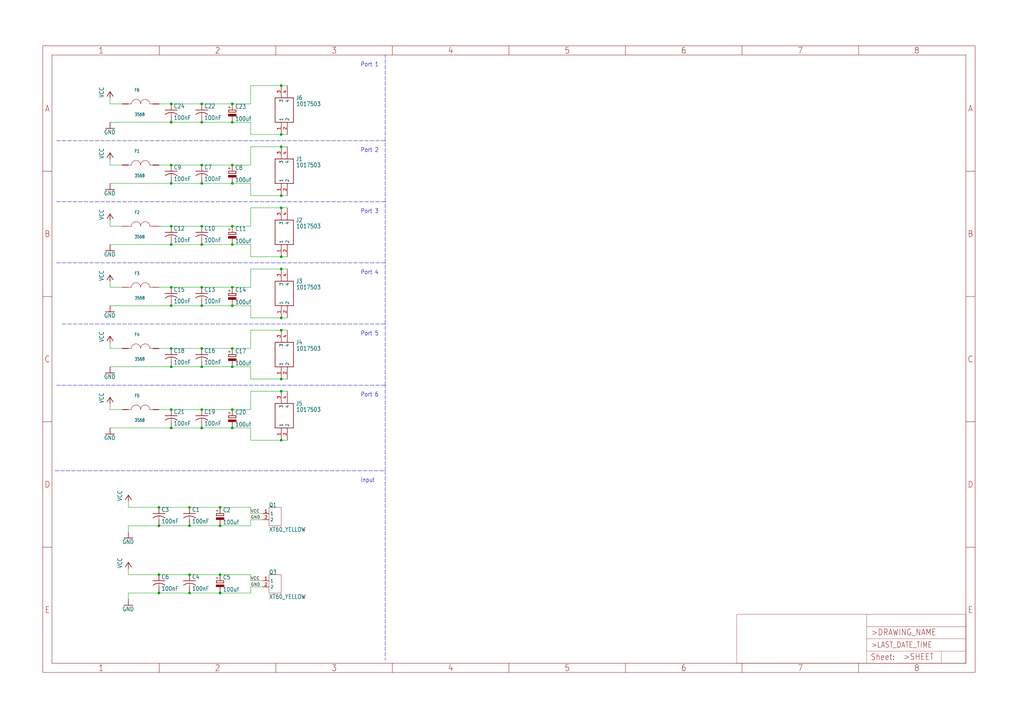
<source format=kicad_sch>
(kicad_sch (version 20211123) (generator eeschema)
  (paper "User" 425.45 299.161)
  (lib_symbols
    (symbol "sub_sys_pdu-eagle-import:1017503"
      (property "Reference" "J" (at 16.51 7.62 0))
      (property "Value" "1017503" (at 16.51 5.08 0))
      (symbol "1017503_1_0"
        (polyline (pts (xy 5.08 2.54) (xy 5.08 -5.08)) (stroke (width 0.254)))
        (polyline (pts (xy 5.08 2.54) (xy 15.24 2.54)) (stroke (width 0.254)))
        (polyline (pts (xy 15.24 -5.08) (xy 5.08 -5.08)) (stroke (width 0.254)))
        (polyline (pts (xy 15.24 -5.08) (xy 15.24 2.54)) (stroke (width 0.254)))
        (pin bidirectional line (at 0 0 0) (length 5.08) (name "1") (number "1"))
        (pin bidirectional line (at 0 -2.54 0) (length 5.08) (name "2") (number "2"))
        (pin bidirectional line (at 20.32 0 180) (length 5.08) (name "3") (number "3"))
        (pin bidirectional line (at 20.32 -2.54 180) (length 5.08) (name "4") (number "4"))
      )
    )
    (symbol "sub_sys_pdu-eagle-import:3568"
      (property "Reference" "F" (at -2.54 5.08 0))
      (property "Value" "3568" (at -2.54 -5.08 0))
      (symbol "3568_1_0"
        (arc (start 0 0) (mid -1.905 1.905) (end -3.81 0) (stroke (width 0.1524)))
        (polyline (pts (xy -5.08 0) (xy -3.81 0)) (stroke (width 0.1524)))
        (polyline (pts (xy 5.08 0) (xy 3.81 0)) (stroke (width 0.1524)))
        (arc (start 3.81 0) (mid 1.905 1.905) (end 0 0) (stroke (width 0.1524)))
        (pin passive line (at -7.62 0 0) (length 2.54) (name "1") (number "1"))
        (pin passive line (at 7.62 0 180) (length 2.54) (name "2") (number "2"))
        (pin passive line (at -7.62 0 0) (length 2.54) (name "1") (number "3"))
        (pin passive line (at 7.62 0 180) (length 2.54) (name "2") (number "4"))
      )
    )
    (symbol "sub_sys_pdu-eagle-import:A3L-LOC"
      (symbol "A3L-LOC_0_0"
        (polyline (pts (xy 0 52.07) (xy 3.81 52.07)))
        (polyline (pts (xy 0 104.14) (xy 3.81 104.14)))
        (polyline (pts (xy 0 156.21) (xy 3.81 156.21)))
        (polyline (pts (xy 0 208.28) (xy 3.81 208.28)))
        (polyline (pts (xy 3.81 3.81) (xy 3.81 256.54)))
        (polyline (pts (xy 48.4188 0) (xy 48.4188 3.81)))
        (polyline (pts (xy 48.4188 256.54) (xy 48.4188 260.35)))
        (polyline (pts (xy 96.8375 0) (xy 96.8375 3.81)))
        (polyline (pts (xy 96.8375 256.54) (xy 96.8375 260.35)))
        (polyline (pts (xy 145.2563 0) (xy 145.2563 3.81)))
        (polyline (pts (xy 145.2563 256.54) (xy 145.2563 260.35)))
        (polyline (pts (xy 193.675 0) (xy 193.675 3.81)))
        (polyline (pts (xy 193.675 256.54) (xy 193.675 260.35)))
        (polyline (pts (xy 242.0938 0) (xy 242.0938 3.81)))
        (polyline (pts (xy 242.0938 256.54) (xy 242.0938 260.35)))
        (polyline (pts (xy 290.5125 0) (xy 290.5125 3.81)))
        (polyline (pts (xy 290.5125 256.54) (xy 290.5125 260.35)))
        (polyline (pts (xy 338.9313 0) (xy 338.9313 3.81)))
        (polyline (pts (xy 338.9313 256.54) (xy 338.9313 260.35)))
        (polyline (pts (xy 383.54 3.81) (xy 3.81 3.81)))
        (polyline (pts (xy 383.54 3.81) (xy 383.54 256.54)))
        (polyline (pts (xy 383.54 52.07) (xy 387.35 52.07)))
        (polyline (pts (xy 383.54 104.14) (xy 387.35 104.14)))
        (polyline (pts (xy 383.54 156.21) (xy 387.35 156.21)))
        (polyline (pts (xy 383.54 208.28) (xy 387.35 208.28)))
        (polyline (pts (xy 383.54 256.54) (xy 3.81 256.54)))
        (polyline (pts (xy 0 0) (xy 387.35 0) (xy 387.35 260.35) (xy 0 260.35) (xy 0 0)))
        (text "1" (at 24.2094 1.905 0) (effects (font (size 2.54 2.286))))
        (text "1" (at 24.2094 258.445 0) (effects (font (size 2.54 2.286))))
        (text "2" (at 72.6281 1.905 0) (effects (font (size 2.54 2.286))))
        (text "2" (at 72.6281 258.445 0) (effects (font (size 2.54 2.286))))
        (text "3" (at 121.0469 1.905 0) (effects (font (size 2.54 2.286))))
        (text "3" (at 121.0469 258.445 0) (effects (font (size 2.54 2.286))))
        (text "4" (at 169.4656 1.905 0) (effects (font (size 2.54 2.286))))
        (text "4" (at 169.4656 258.445 0) (effects (font (size 2.54 2.286))))
        (text "5" (at 217.8844 1.905 0) (effects (font (size 2.54 2.286))))
        (text "5" (at 217.8844 258.445 0) (effects (font (size 2.54 2.286))))
        (text "6" (at 266.3031 1.905 0) (effects (font (size 2.54 2.286))))
        (text "6" (at 266.3031 258.445 0) (effects (font (size 2.54 2.286))))
        (text "7" (at 314.7219 1.905 0) (effects (font (size 2.54 2.286))))
        (text "7" (at 314.7219 258.445 0) (effects (font (size 2.54 2.286))))
        (text "8" (at 363.1406 1.905 0) (effects (font (size 2.54 2.286))))
        (text "8" (at 363.1406 258.445 0) (effects (font (size 2.54 2.286))))
        (text "A" (at 1.905 234.315 0) (effects (font (size 2.54 2.286))))
        (text "A" (at 385.445 234.315 0) (effects (font (size 2.54 2.286))))
        (text "B" (at 1.905 182.245 0) (effects (font (size 2.54 2.286))))
        (text "B" (at 385.445 182.245 0) (effects (font (size 2.54 2.286))))
        (text "C" (at 1.905 130.175 0) (effects (font (size 2.54 2.286))))
        (text "C" (at 385.445 130.175 0) (effects (font (size 2.54 2.286))))
        (text "D" (at 1.905 78.105 0) (effects (font (size 2.54 2.286))))
        (text "D" (at 385.445 78.105 0) (effects (font (size 2.54 2.286))))
        (text "E" (at 1.905 26.035 0) (effects (font (size 2.54 2.286))))
        (text "E" (at 385.445 26.035 0) (effects (font (size 2.54 2.286))))
      )
      (symbol "A3L-LOC_1_0"
        (polyline (pts (xy 288.29 3.81) (xy 288.29 24.13)) (stroke (width 0.1016)))
        (polyline (pts (xy 288.29 3.81) (xy 342.265 3.81)) (stroke (width 0.1016)))
        (polyline (pts (xy 288.29 24.13) (xy 342.265 24.13)) (stroke (width 0.1016)))
        (polyline (pts (xy 342.265 3.81) (xy 373.38 3.81)) (stroke (width 0.1016)))
        (polyline (pts (xy 342.265 8.89) (xy 342.265 3.81)) (stroke (width 0.1016)))
        (polyline (pts (xy 342.265 8.89) (xy 342.265 13.97)) (stroke (width 0.1016)))
        (polyline (pts (xy 342.265 13.97) (xy 342.265 19.05)) (stroke (width 0.1016)))
        (polyline (pts (xy 342.265 13.97) (xy 383.54 13.97)) (stroke (width 0.1016)))
        (polyline (pts (xy 342.265 19.05) (xy 342.265 24.13)) (stroke (width 0.1016)))
        (polyline (pts (xy 342.265 19.05) (xy 383.54 19.05)) (stroke (width 0.1016)))
        (polyline (pts (xy 342.265 24.13) (xy 383.54 24.13)) (stroke (width 0.1016)))
        (polyline (pts (xy 373.38 3.81) (xy 373.38 8.89)) (stroke (width 0.1016)))
        (polyline (pts (xy 373.38 3.81) (xy 383.54 3.81)) (stroke (width 0.1016)))
        (polyline (pts (xy 373.38 8.89) (xy 342.265 8.89)) (stroke (width 0.1016)))
        (polyline (pts (xy 373.38 8.89) (xy 383.54 8.89)) (stroke (width 0.1016)))
        (polyline (pts (xy 383.54 3.81) (xy 383.54 8.89)) (stroke (width 0.1016)))
        (polyline (pts (xy 383.54 8.89) (xy 383.54 13.97)) (stroke (width 0.1016)))
        (polyline (pts (xy 383.54 13.97) (xy 383.54 19.05)) (stroke (width 0.1016)))
        (polyline (pts (xy 383.54 19.05) (xy 383.54 24.13)) (stroke (width 0.1016)))
        (text ">DRAWING_NAME" (at 344.17 15.24 0) (effects (font (size 2.54 2.159)) (justify left bottom)))
        (text ">LAST_DATE_TIME" (at 344.17 10.16 0) (effects (font (size 2.286 1.9431)) (justify left bottom)))
        (text ">SHEET" (at 357.505 5.08 0) (effects (font (size 2.54 2.159)) (justify left bottom)))
        (text "Sheet:" (at 343.916 4.953 0) (effects (font (size 2.54 2.159)) (justify left bottom)))
      )
    )
    (symbol "sub_sys_pdu-eagle-import:C-USC0805"
      (property "Reference" "C" (at 1.016 0.635 0))
      (property "Value" "C-USC0805" (at 1.016 -4.191 0))
      (symbol "C-USC0805_1_0"
        (arc (start 0 -1.0161) (mid -1.302 -1.2303) (end -2.4668 -1.8504) (stroke (width 0.254)))
        (polyline (pts (xy -2.54 0) (xy 2.54 0)) (stroke (width 0.254)))
        (polyline (pts (xy 0 -1.016) (xy 0 -2.54)) (stroke (width 0.1524)))
        (arc (start 2.4892 -1.8542) (mid 1.3158 -1.2195) (end 0 -1) (stroke (width 0.254)))
        (pin passive line (at 0 2.54 270) (length 2.54) (name "1") (number "1"))
        (pin passive line (at 0 -5.08 90) (length 2.54) (name "2") (number "2"))
      )
    )
    (symbol "sub_sys_pdu-eagle-import:CPOL-EUE5-10.5"
      (property "Reference" "C" (at 1.143 0.4826 0))
      (property "Value" "CPOL-EUE5-10.5" (at 1.143 -4.5974 0))
      (symbol "CPOL-EUE5-10.5_1_0"
        (rectangle (start -1.651 -2.54) (end 1.651 -1.651) (fill (type outline)))
        (polyline (pts (xy -1.524 -0.889) (xy 1.524 -0.889)) (stroke (width 0.254)))
        (polyline (pts (xy -1.524 0) (xy -1.524 -0.889)) (stroke (width 0.254)))
        (polyline (pts (xy -1.524 0) (xy 1.524 0)) (stroke (width 0.254)))
        (polyline (pts (xy 1.524 -0.889) (xy 1.524 0)) (stroke (width 0.254)))
        (text "+" (at -0.5842 0.4064 900) (effects (font (size 1.27 1.0795)) (justify left bottom)))
        (pin passive line (at 0 2.54 270) (length 2.54) (name "+") (number "+"))
        (pin passive line (at 0 -5.08 90) (length 2.54) (name "-") (number "-"))
      )
    )
    (symbol "sub_sys_pdu-eagle-import:GND" (power)
      (property "Value" "GND" (at -2.54 -2.54 0))
      (symbol "GND_1_0"
        (polyline (pts (xy -1.905 0) (xy 1.905 0)) (stroke (width 0.254)))
        (pin power_in line (at 0 2.54 270) (length 2.54) (name "GND") (number "1"))
      )
    )
    (symbol "sub_sys_pdu-eagle-import:VCC" (power)
      (property "Value" "VCC" (at -2.54 -2.54 90))
      (symbol "VCC_1_0"
        (polyline (pts (xy 0 0) (xy -1.27 -1.905)) (stroke (width 0.254)))
        (polyline (pts (xy 1.27 -1.905) (xy 0 0)) (stroke (width 0.254)))
        (pin power_in line (at 0 -2.54 90) (length 2.54) (name "VCC") (number "1"))
      )
    )
    (symbol "sub_sys_pdu-eagle-import:XT60_YELLOW"
      (property "Reference" "Q" (at -2.5638 2.5579 0))
      (property "Value" "XT60_YELLOW" (at -2.5747 -7.6026 0))
      (symbol "XT60_YELLOW_1_0"
        (polyline (pts (xy -2.54 -5.08) (xy -2.54 2.54)) (stroke (width 0.127)))
        (polyline (pts (xy -2.54 2.54) (xy 2.54 2.54)) (stroke (width 0.127)))
        (polyline (pts (xy 2.54 -5.08) (xy -2.54 -5.08)) (stroke (width 0.127)))
        (polyline (pts (xy 2.54 2.54) (xy 2.54 -5.08)) (stroke (width 0.127)))
        (pin passive line (at -5.08 0 0) (length 2.54) (name "1") (number "1"))
        (pin passive line (at -5.08 -2.54 0) (length 2.54) (name "2") (number "2"))
      )
    )
  )
  (junction (at 83.82 119.38))
  (junction (at 71.12 152.4))
  (junction (at 83.82 50.8))
  (junction (at 83.82 43.18))
  (junction (at 116.84 157.48))
  (junction (at 91.44 218.44))
  (junction (at 96.52 177.8))
  (junction (at 116.84 35.56))
  (junction (at 71.12 177.8))
  (junction (at 96.52 144.78))
  (junction (at 83.82 177.8))
  (junction (at 66.04 238.76))
  (junction (at 71.12 119.38))
  (junction (at 71.12 101.6))
  (junction (at 116.84 86.36))
  (junction (at 96.52 152.4))
  (junction (at 71.12 127))
  (junction (at 116.84 132.08))
  (junction (at 78.74 238.76))
  (junction (at 91.44 210.82))
  (junction (at 71.12 76.2))
  (junction (at 66.04 210.82))
  (junction (at 96.52 101.6))
  (junction (at 71.12 93.98))
  (junction (at 78.74 210.82))
  (junction (at 83.82 170.18))
  (junction (at 96.52 68.58))
  (junction (at 116.84 162.56))
  (junction (at 71.12 144.78))
  (junction (at 91.44 238.76))
  (junction (at 116.84 182.88))
  (junction (at 66.04 246.38))
  (junction (at 83.82 152.4))
  (junction (at 78.74 218.44))
  (junction (at 83.82 93.98))
  (junction (at 116.84 111.76))
  (junction (at 116.84 60.96))
  (junction (at 96.52 50.8))
  (junction (at 116.84 81.28))
  (junction (at 116.84 106.68))
  (junction (at 116.84 55.88))
  (junction (at 96.52 43.18))
  (junction (at 96.52 119.38))
  (junction (at 83.82 68.58))
  (junction (at 96.52 76.2))
  (junction (at 71.12 50.8))
  (junction (at 71.12 68.58))
  (junction (at 96.52 127))
  (junction (at 83.82 76.2))
  (junction (at 96.52 93.98))
  (junction (at 83.82 144.78))
  (junction (at 83.82 101.6))
  (junction (at 83.82 127))
  (junction (at 91.44 246.38))
  (junction (at 71.12 170.18))
  (junction (at 116.84 137.16))
  (junction (at 66.04 218.44))
  (junction (at 96.52 170.18))
  (junction (at 71.12 43.18))
  (junction (at 78.74 246.38))
  (wire (pts (xy 78.74 238.76) (xy 66.04 238.76)))
  (wire (pts (xy 45.72 68.58) (xy 50.8 68.58)))
  (wire (pts (xy 104.14 210.82) (xy 91.44 210.82)))
  (wire (pts (xy 104.14 101.6) (xy 96.52 101.6)))
  (wire (pts (xy 96.52 119.38) (xy 104.14 119.38)))
  (polyline (pts (xy 160.02 134.62) (xy 160.02 109.22)))
  (wire (pts (xy 66.04 119.38) (xy 71.12 119.38)))
  (wire (pts (xy 116.84 55.88) (xy 104.14 55.88)))
  (polyline (pts (xy 160.02 83.82) (xy 22.86 83.82)))
  (wire (pts (xy 96.52 170.18) (xy 104.14 170.18)))
  (wire (pts (xy 96.52 127) (xy 83.82 127)))
  (polyline (pts (xy 160.02 195.58) (xy 160.02 160.02)))
  (wire (pts (xy 83.82 177.8) (xy 71.12 177.8)))
  (wire (pts (xy 96.52 144.78) (xy 104.14 144.78)))
  (wire (pts (xy 104.14 76.2) (xy 96.52 76.2)))
  (wire (pts (xy 83.82 93.98) (xy 96.52 93.98)))
  (wire (pts (xy 119.38 81.28) (xy 116.84 81.28)))
  (wire (pts (xy 104.14 50.8) (xy 96.52 50.8)))
  (wire (pts (xy 83.82 76.2) (xy 71.12 76.2)))
  (wire (pts (xy 83.82 127) (xy 71.12 127)))
  (polyline (pts (xy 160.02 109.22) (xy 160.02 83.82)))
  (wire (pts (xy 104.14 182.88) (xy 104.14 177.8)))
  (polyline (pts (xy 160.02 195.58) (xy 160.02 274.32)))
  (wire (pts (xy 116.84 81.28) (xy 104.14 81.28)))
  (polyline (pts (xy 160.02 109.22) (xy 22.86 109.22)))
  (wire (pts (xy 104.14 218.44) (xy 104.14 215.9)))
  (polyline (pts (xy 160.02 160.02) (xy 22.86 160.02)))
  (polyline (pts (xy 160.02 58.42) (xy 160.02 22.86)))
  (wire (pts (xy 109.22 215.9) (xy 104.14 215.9)))
  (wire (pts (xy 116.84 86.36) (xy 119.38 86.36)))
  (wire (pts (xy 45.72 142.24) (xy 45.72 144.78)))
  (wire (pts (xy 66.04 246.38) (xy 78.74 246.38)))
  (polyline (pts (xy 160.02 160.02) (xy 160.02 134.62)))
  (wire (pts (xy 104.14 35.56) (xy 116.84 35.56)))
  (wire (pts (xy 96.52 43.18) (xy 104.14 43.18)))
  (wire (pts (xy 116.84 35.56) (xy 119.38 35.56)))
  (polyline (pts (xy 160.02 58.42) (xy 22.86 58.42)))
  (wire (pts (xy 66.04 238.76) (xy 53.34 238.76)))
  (wire (pts (xy 71.12 119.38) (xy 83.82 119.38)))
  (wire (pts (xy 96.52 93.98) (xy 104.14 93.98)))
  (wire (pts (xy 45.72 40.64) (xy 45.72 43.18)))
  (wire (pts (xy 71.12 76.2) (xy 45.72 76.2)))
  (wire (pts (xy 104.14 157.48) (xy 104.14 152.4)))
  (wire (pts (xy 109.22 243.84) (xy 104.14 243.84)))
  (wire (pts (xy 45.72 93.98) (xy 50.8 93.98)))
  (wire (pts (xy 104.14 132.08) (xy 104.14 127)))
  (wire (pts (xy 53.34 218.44) (xy 53.34 220.98)))
  (wire (pts (xy 104.14 43.18) (xy 104.14 35.56)))
  (wire (pts (xy 119.38 132.08) (xy 116.84 132.08)))
  (wire (pts (xy 83.82 119.38) (xy 96.52 119.38)))
  (wire (pts (xy 45.72 91.44) (xy 45.72 93.98)))
  (wire (pts (xy 53.34 238.76) (xy 53.34 236.22)))
  (wire (pts (xy 66.04 218.44) (xy 53.34 218.44)))
  (polyline (pts (xy 22.86 195.58) (xy 160.02 195.58)))
  (polyline (pts (xy 160.02 83.82) (xy 160.02 58.42)))
  (wire (pts (xy 71.12 152.4) (xy 45.72 152.4)))
  (wire (pts (xy 119.38 182.88) (xy 116.84 182.88)))
  (wire (pts (xy 45.72 116.84) (xy 45.72 119.38)))
  (wire (pts (xy 71.12 68.58) (xy 83.82 68.58)))
  (wire (pts (xy 66.04 144.78) (xy 71.12 144.78)))
  (wire (pts (xy 104.14 152.4) (xy 96.52 152.4)))
  (wire (pts (xy 104.14 119.38) (xy 104.14 111.76)))
  (wire (pts (xy 45.72 167.64) (xy 45.72 170.18)))
  (wire (pts (xy 71.12 127) (xy 45.72 127)))
  (wire (pts (xy 104.14 81.28) (xy 104.14 76.2)))
  (wire (pts (xy 104.14 170.18) (xy 104.14 162.56)))
  (wire (pts (xy 104.14 111.76) (xy 116.84 111.76)))
  (wire (pts (xy 71.12 144.78) (xy 83.82 144.78)))
  (wire (pts (xy 104.14 162.56) (xy 116.84 162.56)))
  (wire (pts (xy 104.14 86.36) (xy 116.84 86.36)))
  (wire (pts (xy 71.12 43.18) (xy 83.82 43.18)))
  (wire (pts (xy 104.14 213.36) (xy 104.14 210.82)))
  (wire (pts (xy 66.04 246.38) (xy 53.34 246.38)))
  (wire (pts (xy 116.84 182.88) (xy 104.14 182.88)))
  (wire (pts (xy 109.22 241.3) (xy 104.14 241.3)))
  (wire (pts (xy 83.82 170.18) (xy 96.52 170.18)))
  (wire (pts (xy 104.14 246.38) (xy 104.14 243.84)))
  (wire (pts (xy 104.14 55.88) (xy 104.14 50.8)))
  (wire (pts (xy 66.04 218.44) (xy 78.74 218.44)))
  (wire (pts (xy 104.14 127) (xy 96.52 127)))
  (wire (pts (xy 91.44 246.38) (xy 104.14 246.38)))
  (wire (pts (xy 109.22 213.36) (xy 104.14 213.36)))
  (wire (pts (xy 96.52 101.6) (xy 83.82 101.6)))
  (wire (pts (xy 66.04 170.18) (xy 71.12 170.18)))
  (wire (pts (xy 96.52 152.4) (xy 83.82 152.4)))
  (wire (pts (xy 83.82 68.58) (xy 96.52 68.58)))
  (wire (pts (xy 119.38 106.68) (xy 116.84 106.68)))
  (wire (pts (xy 96.52 76.2) (xy 83.82 76.2)))
  (wire (pts (xy 116.84 157.48) (xy 104.14 157.48)))
  (wire (pts (xy 83.82 152.4) (xy 71.12 152.4)))
  (wire (pts (xy 71.12 170.18) (xy 83.82 170.18)))
  (wire (pts (xy 45.72 119.38) (xy 50.8 119.38)))
  (wire (pts (xy 53.34 246.38) (xy 53.34 248.92)))
  (wire (pts (xy 71.12 101.6) (xy 45.72 101.6)))
  (wire (pts (xy 78.74 210.82) (xy 66.04 210.82)))
  (wire (pts (xy 66.04 93.98) (xy 71.12 93.98)))
  (wire (pts (xy 96.52 68.58) (xy 104.14 68.58)))
  (wire (pts (xy 116.84 137.16) (xy 119.38 137.16)))
  (wire (pts (xy 104.14 144.78) (xy 104.14 137.16)))
  (wire (pts (xy 45.72 66.04) (xy 45.72 68.58)))
  (wire (pts (xy 104.14 60.96) (xy 116.84 60.96)))
  (wire (pts (xy 66.04 210.82) (xy 53.34 210.82)))
  (wire (pts (xy 78.74 218.44) (xy 91.44 218.44)))
  (wire (pts (xy 116.84 111.76) (xy 119.38 111.76)))
  (wire (pts (xy 104.14 177.8) (xy 96.52 177.8)))
  (wire (pts (xy 104.14 241.3) (xy 104.14 238.76)))
  (wire (pts (xy 119.38 157.48) (xy 116.84 157.48)))
  (wire (pts (xy 53.34 210.82) (xy 53.34 208.28)))
  (polyline (pts (xy 160.02 134.62) (xy 25.4 134.62)))
  (wire (pts (xy 119.38 55.88) (xy 116.84 55.88)))
  (wire (pts (xy 116.84 60.96) (xy 119.38 60.96)))
  (wire (pts (xy 116.84 132.08) (xy 104.14 132.08)))
  (wire (pts (xy 45.72 170.18) (xy 50.8 170.18)))
  (wire (pts (xy 104.14 106.68) (xy 104.14 101.6)))
  (wire (pts (xy 91.44 238.76) (xy 78.74 238.76)))
  (wire (pts (xy 104.14 68.58) (xy 104.14 60.96)))
  (wire (pts (xy 71.12 50.8) (xy 45.72 50.8)))
  (wire (pts (xy 66.04 43.18) (xy 71.12 43.18)))
  (wire (pts (xy 66.04 68.58) (xy 71.12 68.58)))
  (wire (pts (xy 78.74 246.38) (xy 91.44 246.38)))
  (wire (pts (xy 45.72 144.78) (xy 50.8 144.78)))
  (wire (pts (xy 116.84 106.68) (xy 104.14 106.68)))
  (wire (pts (xy 104.14 238.76) (xy 91.44 238.76)))
  (wire (pts (xy 116.84 162.56) (xy 119.38 162.56)))
  (wire (pts (xy 91.44 210.82) (xy 78.74 210.82)))
  (wire (pts (xy 83.82 144.78) (xy 96.52 144.78)))
  (wire (pts (xy 96.52 50.8) (xy 83.82 50.8)))
  (wire (pts (xy 71.12 177.8) (xy 45.72 177.8)))
  (wire (pts (xy 71.12 93.98) (xy 83.82 93.98)))
  (wire (pts (xy 104.14 93.98) (xy 104.14 86.36)))
  (wire (pts (xy 83.82 101.6) (xy 71.12 101.6)))
  (wire (pts (xy 91.44 218.44) (xy 104.14 218.44)))
  (wire (pts (xy 45.72 43.18) (xy 50.8 43.18)))
  (wire (pts (xy 96.52 177.8) (xy 83.82 177.8)))
  (wire (pts (xy 83.82 43.18) (xy 96.52 43.18)))
  (wire (pts (xy 83.82 50.8) (xy 71.12 50.8)))
  (wire (pts (xy 104.14 137.16) (xy 116.84 137.16)))
  (text "Input" (at 149.86 200.66 180) (effects (font (size 1.778 1.5113)) (justify left bottom)))
  (text "Port 6" (at 149.86 165.1 180) (effects (font (size 1.778 1.5113)) (justify left bottom)))
  (text "Port 1" (at 149.86 27.94 180) (effects (font (size 1.778 1.5113)) (justify left bottom)))
  (text "Port 5" (at 149.86 139.7 180) (effects (font (size 1.778 1.5113)) (justify left bottom)))
  (text "Port 3" (at 149.86 88.9 180) (effects (font (size 1.778 1.5113)) (justify left bottom)))
  (text "Port 2" (at 149.86 63.5 180) (effects (font (size 1.778 1.5113)) (justify left bottom)))
  (text "Port 4" (at 149.86 114.3 180) (effects (font (size 1.778 1.5113)) (justify left bottom)))
  (label "VCC" (at 104.14 241.3 0) (effects (font (size 1.2446 1.2446))))
  (label "VCC" (at 104.14 213.36 0) (effects (font (size 1.2446 1.2446))))
  (label "GND" (at 104.14 243.84 0) (effects (font (size 1.2446 1.2446))))
  (label "GND" (at 104.14 215.9 0) (effects (font (size 1.2446 1.2446))))
  (symbol (lib_id "sub_sys_pdu-eagle-import:VCC") (at 45.72 63.5 0) (unit 1)
    (property "Reference" "#P+04" (effects hide))
    (property "Value" "VCC" (at 43.18 66.04 90) (effects (font (size 1.778 1.5113)) (justify left bottom)))
    (property "Footprint" "sub_sys_pdu:" (effects hide))
  )
  (symbol (lib_id "sub_sys_pdu-eagle-import:1017503") (at 116.84 81.28 90) (unit 1)
    (property "Reference" "J1" (at 125.73 66.04 90) (effects (font (size 1.778 1.5113)) (justify left)))
    (property "Value" "1017503" (at 133.35 68.58 90) (effects (font (size 1.778 1.5113)) (justify left)))
    (property "Footprint" "sub_sys_pdu:1017503" (effects hide))
  )
  (symbol (lib_id "sub_sys_pdu-eagle-import:3568") (at 58.42 43.18 0) (unit 1)
    (property "Reference" "F6" (at 55.88 38.1 0) (effects (font (size 1.27 1.0795)) (justify left bottom)))
    (property "Value" "3568" (at 55.88 48.26 0) (effects (font (size 1.27 1.0795)) (justify left bottom)))
    (property "Footprint" "sub_sys_pdu:FUSE_3568" (effects hide))
  )
  (symbol (lib_id "sub_sys_pdu-eagle-import:1017503") (at 116.84 132.08 90) (unit 1)
    (property "Reference" "J3" (at 125.73 116.84 90) (effects (font (size 1.778 1.5113)) (justify left)))
    (property "Value" "1017503" (at 133.35 119.38 90) (effects (font (size 1.778 1.5113)) (justify left)))
    (property "Footprint" "sub_sys_pdu:1017503" (effects hide))
  )
  (symbol (lib_id "sub_sys_pdu-eagle-import:VCC") (at 53.34 233.68 0) (unit 1)
    (property "Reference" "#P+02" (effects hide))
    (property "Value" "VCC" (at 50.8 236.22 90) (effects (font (size 1.778 1.5113)) (justify left bottom)))
    (property "Footprint" "sub_sys_pdu:" (effects hide))
  )
  (symbol (lib_id "sub_sys_pdu-eagle-import:GND") (at 45.72 154.94 0) (unit 1)
    (property "Reference" "#GND07" (effects hide))
    (property "Value" "GND" (at 43.18 157.48 0) (effects (font (size 1.778 1.5113)) (justify left bottom)))
    (property "Footprint" "sub_sys_pdu:" (effects hide))
  )
  (symbol (lib_id "sub_sys_pdu-eagle-import:C-USC0805") (at 71.12 96.52 0) (unit 1)
    (property "Reference" "C12" (at 72.136 95.885 0) (effects (font (size 1.778 1.5113)) (justify left bottom)))
    (property "Value" "100nF" (at 72.136 100.711 0) (effects (font (size 1.778 1.5113)) (justify left bottom)))
    (property "Footprint" "sub_sys_pdu:C0805" (effects hide))
  )
  (symbol (lib_id "sub_sys_pdu-eagle-import:XT60_YELLOW") (at 114.3 213.36 0) (unit 1)
    (property "Reference" "Q1" (at 111.7362 210.8021 0) (effects (font (size 1.7821 1.5147)) (justify left bottom)))
    (property "Value" "XT60_YELLOW" (at 111.7253 220.9627 0) (effects (font (size 1.784 1.5164)) (justify left bottom)))
    (property "Footprint" "sub_sys_pdu:AMASS_XT60PB-M" (effects hide))
  )
  (symbol (lib_id "sub_sys_pdu-eagle-import:C-USC0805") (at 71.12 147.32 0) (unit 1)
    (property "Reference" "C18" (at 72.136 146.685 0) (effects (font (size 1.778 1.5113)) (justify left bottom)))
    (property "Value" "100nF" (at 72.136 151.511 0) (effects (font (size 1.778 1.5113)) (justify left bottom)))
    (property "Footprint" "sub_sys_pdu:C0805" (effects hide))
  )
  (symbol (lib_id "sub_sys_pdu-eagle-import:GND") (at 45.72 180.34 0) (unit 1)
    (property "Reference" "#GND08" (effects hide))
    (property "Value" "GND" (at 43.18 182.88 0) (effects (font (size 1.778 1.5113)) (justify left bottom)))
    (property "Footprint" "sub_sys_pdu:" (effects hide))
  )
  (symbol (lib_id "sub_sys_pdu-eagle-import:CPOL-EUE5-10.5") (at 96.52 147.32 0) (unit 1)
    (property "Reference" "C17" (at 97.663 146.8374 0) (effects (font (size 1.778 1.5113)) (justify left bottom)))
    (property "Value" "100uf" (at 97.663 151.9174 0) (effects (font (size 1.778 1.5113)) (justify left bottom)))
    (property "Footprint" "sub_sys_pdu:E5-10,5" (effects hide))
  )
  (symbol (lib_id "sub_sys_pdu-eagle-import:GND") (at 53.34 223.52 0) (unit 1)
    (property "Reference" "#GND02" (effects hide))
    (property "Value" "GND" (at 50.8 226.06 0) (effects (font (size 1.778 1.5113)) (justify left bottom)))
    (property "Footprint" "sub_sys_pdu:" (effects hide))
  )
  (symbol (lib_id "sub_sys_pdu-eagle-import:VCC") (at 45.72 38.1 0) (unit 1)
    (property "Reference" "#P+03" (effects hide))
    (property "Value" "VCC" (at 43.18 40.64 90) (effects (font (size 1.778 1.5113)) (justify left bottom)))
    (property "Footprint" "sub_sys_pdu:" (effects hide))
  )
  (symbol (lib_id "sub_sys_pdu-eagle-import:C-USC0805") (at 83.82 45.72 0) (unit 1)
    (property "Reference" "C22" (at 84.836 45.085 0) (effects (font (size 1.778 1.5113)) (justify left bottom)))
    (property "Value" "100nF" (at 84.836 49.911 0) (effects (font (size 1.778 1.5113)) (justify left bottom)))
    (property "Footprint" "sub_sys_pdu:C0805" (effects hide))
  )
  (symbol (lib_id "sub_sys_pdu-eagle-import:CPOL-EUE5-10.5") (at 96.52 71.12 0) (unit 1)
    (property "Reference" "C8" (at 97.663 70.6374 0) (effects (font (size 1.778 1.5113)) (justify left bottom)))
    (property "Value" "100uf" (at 97.663 75.7174 0) (effects (font (size 1.778 1.5113)) (justify left bottom)))
    (property "Footprint" "sub_sys_pdu:E5-10,5" (effects hide))
  )
  (symbol (lib_id "sub_sys_pdu-eagle-import:C-USC0805") (at 71.12 172.72 0) (unit 1)
    (property "Reference" "C21" (at 72.136 172.085 0) (effects (font (size 1.778 1.5113)) (justify left bottom)))
    (property "Value" "100nF" (at 72.136 176.911 0) (effects (font (size 1.778 1.5113)) (justify left bottom)))
    (property "Footprint" "sub_sys_pdu:C0805" (effects hide))
  )
  (symbol (lib_id "sub_sys_pdu-eagle-import:3568") (at 58.42 68.58 0) (unit 1)
    (property "Reference" "F1" (at 55.88 63.5 0) (effects (font (size 1.27 1.0795)) (justify left bottom)))
    (property "Value" "3568" (at 55.88 73.66 0) (effects (font (size 1.27 1.0795)) (justify left bottom)))
    (property "Footprint" "sub_sys_pdu:FUSE_3568" (effects hide))
  )
  (symbol (lib_id "sub_sys_pdu-eagle-import:GND") (at 45.72 53.34 0) (unit 1)
    (property "Reference" "#GND03" (effects hide))
    (property "Value" "GND" (at 43.18 55.88 0) (effects (font (size 1.778 1.5113)) (justify left bottom)))
    (property "Footprint" "sub_sys_pdu:" (effects hide))
  )
  (symbol (lib_id "sub_sys_pdu-eagle-import:3568") (at 58.42 93.98 0) (unit 1)
    (property "Reference" "F2" (at 55.88 88.9 0) (effects (font (size 1.27 1.0795)) (justify left bottom)))
    (property "Value" "3568" (at 55.88 99.06 0) (effects (font (size 1.27 1.0795)) (justify left bottom)))
    (property "Footprint" "sub_sys_pdu:FUSE_3568" (effects hide))
  )
  (symbol (lib_id "sub_sys_pdu-eagle-import:C-USC0805") (at 71.12 121.92 0) (unit 1)
    (property "Reference" "C15" (at 72.136 121.285 0) (effects (font (size 1.778 1.5113)) (justify left bottom)))
    (property "Value" "100nF" (at 72.136 126.111 0) (effects (font (size 1.778 1.5113)) (justify left bottom)))
    (property "Footprint" "sub_sys_pdu:C0805" (effects hide))
  )
  (symbol (lib_id "sub_sys_pdu-eagle-import:VCC") (at 45.72 165.1 0) (unit 1)
    (property "Reference" "#P+08" (effects hide))
    (property "Value" "VCC" (at 43.18 167.64 90) (effects (font (size 1.778 1.5113)) (justify left bottom)))
    (property "Footprint" "sub_sys_pdu:" (effects hide))
  )
  (symbol (lib_id "sub_sys_pdu-eagle-import:C-USC0805") (at 66.04 241.3 0) (unit 1)
    (property "Reference" "C6" (at 67.056 240.665 0) (effects (font (size 1.778 1.5113)) (justify left bottom)))
    (property "Value" "100nF" (at 67.056 245.491 0) (effects (font (size 1.778 1.5113)) (justify left bottom)))
    (property "Footprint" "sub_sys_pdu:C0805" (effects hide))
  )
  (symbol (lib_id "sub_sys_pdu-eagle-import:C-USC0805") (at 71.12 45.72 0) (unit 1)
    (property "Reference" "C24" (at 72.136 45.085 0) (effects (font (size 1.778 1.5113)) (justify left bottom)))
    (property "Value" "100nF" (at 72.136 49.911 0) (effects (font (size 1.778 1.5113)) (justify left bottom)))
    (property "Footprint" "sub_sys_pdu:C0805" (effects hide))
  )
  (symbol (lib_id "sub_sys_pdu-eagle-import:GND") (at 45.72 78.74 0) (unit 1)
    (property "Reference" "#GND04" (effects hide))
    (property "Value" "GND" (at 43.18 81.28 0) (effects (font (size 1.778 1.5113)) (justify left bottom)))
    (property "Footprint" "sub_sys_pdu:" (effects hide))
  )
  (symbol (lib_id "sub_sys_pdu-eagle-import:CPOL-EUE5-10.5") (at 96.52 121.92 0) (unit 1)
    (property "Reference" "C14" (at 97.663 121.4374 0) (effects (font (size 1.778 1.5113)) (justify left bottom)))
    (property "Value" "100uf" (at 97.663 126.5174 0) (effects (font (size 1.778 1.5113)) (justify left bottom)))
    (property "Footprint" "sub_sys_pdu:E5-10,5" (effects hide))
  )
  (symbol (lib_id "sub_sys_pdu-eagle-import:C-USC0805") (at 83.82 147.32 0) (unit 1)
    (property "Reference" "C16" (at 84.836 146.685 0) (effects (font (size 1.778 1.5113)) (justify left bottom)))
    (property "Value" "100nF" (at 84.836 151.511 0) (effects (font (size 1.778 1.5113)) (justify left bottom)))
    (property "Footprint" "sub_sys_pdu:C0805" (effects hide))
  )
  (symbol (lib_id "sub_sys_pdu-eagle-import:VCC") (at 53.34 205.74 0) (unit 1)
    (property "Reference" "#P+01" (effects hide))
    (property "Value" "VCC" (at 50.8 208.28 90) (effects (font (size 1.778 1.5113)) (justify left bottom)))
    (property "Footprint" "sub_sys_pdu:" (effects hide))
  )
  (symbol (lib_id "sub_sys_pdu-eagle-import:CPOL-EUE5-10.5") (at 96.52 96.52 0) (unit 1)
    (property "Reference" "C11" (at 97.663 96.0374 0) (effects (font (size 1.778 1.5113)) (justify left bottom)))
    (property "Value" "100uf" (at 97.663 101.1174 0) (effects (font (size 1.778 1.5113)) (justify left bottom)))
    (property "Footprint" "sub_sys_pdu:E5-10,5" (effects hide))
  )
  (symbol (lib_id "sub_sys_pdu-eagle-import:3568") (at 58.42 170.18 0) (unit 1)
    (property "Reference" "F5" (at 55.88 165.1 0) (effects (font (size 1.27 1.0795)) (justify left bottom)))
    (property "Value" "3568" (at 55.88 175.26 0) (effects (font (size 1.27 1.0795)) (justify left bottom)))
    (property "Footprint" "sub_sys_pdu:FUSE_3568" (effects hide))
  )
  (symbol (lib_id "sub_sys_pdu-eagle-import:A3L-LOC") (at 17.78 279.4 0) (unit 1)
    (property "Reference" "#FRAME1" (effects hide))
    (property "Value" "A3L-LOC" (effects hide))
    (property "Footprint" "sub_sys_pdu:" (effects hide))
  )
  (symbol (lib_id "sub_sys_pdu-eagle-import:VCC") (at 45.72 88.9 0) (unit 1)
    (property "Reference" "#P+05" (effects hide))
    (property "Value" "VCC" (at 43.18 91.44 90) (effects (font (size 1.778 1.5113)) (justify left bottom)))
    (property "Footprint" "sub_sys_pdu:" (effects hide))
  )
  (symbol (lib_id "sub_sys_pdu-eagle-import:CPOL-EUE5-10.5") (at 91.44 241.3 0) (unit 1)
    (property "Reference" "C5" (at 92.583 240.8174 0) (effects (font (size 1.778 1.5113)) (justify left bottom)))
    (property "Value" "100uf" (at 92.583 245.8974 0) (effects (font (size 1.778 1.5113)) (justify left bottom)))
    (property "Footprint" "sub_sys_pdu:E5-10,5" (effects hide))
  )
  (symbol (lib_id "sub_sys_pdu-eagle-import:C-USC0805") (at 66.04 213.36 0) (unit 1)
    (property "Reference" "C3" (at 67.056 212.725 0) (effects (font (size 1.778 1.5113)) (justify left bottom)))
    (property "Value" "100nF" (at 67.056 217.551 0) (effects (font (size 1.778 1.5113)) (justify left bottom)))
    (property "Footprint" "sub_sys_pdu:C0805" (effects hide))
  )
  (symbol (lib_id "sub_sys_pdu-eagle-import:C-USC0805") (at 83.82 172.72 0) (unit 1)
    (property "Reference" "C19" (at 84.836 172.085 0) (effects (font (size 1.778 1.5113)) (justify left bottom)))
    (property "Value" "100nF" (at 84.836 176.911 0) (effects (font (size 1.778 1.5113)) (justify left bottom)))
    (property "Footprint" "sub_sys_pdu:C0805" (effects hide))
  )
  (symbol (lib_id "sub_sys_pdu-eagle-import:GND") (at 53.34 251.46 0) (unit 1)
    (property "Reference" "#GND01" (effects hide))
    (property "Value" "GND" (at 50.8 254 0) (effects (font (size 1.778 1.5113)) (justify left bottom)))
    (property "Footprint" "sub_sys_pdu:" (effects hide))
  )
  (symbol (lib_id "sub_sys_pdu-eagle-import:1017503") (at 116.84 182.88 90) (unit 1)
    (property "Reference" "J5" (at 125.73 167.64 90) (effects (font (size 1.778 1.5113)) (justify left)))
    (property "Value" "1017503" (at 133.35 170.18 90) (effects (font (size 1.778 1.5113)) (justify left)))
    (property "Footprint" "sub_sys_pdu:1017503" (effects hide))
  )
  (symbol (lib_id "sub_sys_pdu-eagle-import:C-USC0805") (at 78.74 213.36 0) (unit 1)
    (property "Reference" "C1" (at 79.756 212.725 0) (effects (font (size 1.778 1.5113)) (justify left bottom)))
    (property "Value" "100nF" (at 79.756 217.551 0) (effects (font (size 1.778 1.5113)) (justify left bottom)))
    (property "Footprint" "sub_sys_pdu:C0805" (effects hide))
  )
  (symbol (lib_id "sub_sys_pdu-eagle-import:VCC") (at 45.72 114.3 0) (unit 1)
    (property "Reference" "#P+06" (effects hide))
    (property "Value" "VCC" (at 43.18 116.84 90) (effects (font (size 1.778 1.5113)) (justify left bottom)))
    (property "Footprint" "sub_sys_pdu:" (effects hide))
  )
  (symbol (lib_id "sub_sys_pdu-eagle-import:GND") (at 45.72 104.14 0) (unit 1)
    (property "Reference" "#GND05" (effects hide))
    (property "Value" "GND" (at 43.18 106.68 0) (effects (font (size 1.778 1.5113)) (justify left bottom)))
    (property "Footprint" "sub_sys_pdu:" (effects hide))
  )
  (symbol (lib_id "sub_sys_pdu-eagle-import:1017503") (at 116.84 157.48 90) (unit 1)
    (property "Reference" "J4" (at 125.73 142.24 90) (effects (font (size 1.778 1.5113)) (justify left)))
    (property "Value" "1017503" (at 133.35 144.78 90) (effects (font (size 1.778 1.5113)) (justify left)))
    (property "Footprint" "sub_sys_pdu:1017503" (effects hide))
  )
  (symbol (lib_id "sub_sys_pdu-eagle-import:1017503") (at 116.84 106.68 90) (unit 1)
    (property "Reference" "J2" (at 125.73 91.44 90) (effects (font (size 1.778 1.5113)) (justify left)))
    (property "Value" "1017503" (at 133.35 93.98 90) (effects (font (size 1.778 1.5113)) (justify left)))
    (property "Footprint" "sub_sys_pdu:1017503" (effects hide))
  )
  (symbol (lib_id "sub_sys_pdu-eagle-import:C-USC0805") (at 71.12 71.12 0) (unit 1)
    (property "Reference" "C9" (at 72.136 70.485 0) (effects (font (size 1.778 1.5113)) (justify left bottom)))
    (property "Value" "100nF" (at 72.136 75.311 0) (effects (font (size 1.778 1.5113)) (justify left bottom)))
    (property "Footprint" "sub_sys_pdu:C0805" (effects hide))
  )
  (symbol (lib_id "sub_sys_pdu-eagle-import:XT60_YELLOW") (at 114.3 241.3 0) (unit 1)
    (property "Reference" "Q3" (at 111.7362 238.7421 0) (effects (font (size 1.7821 1.5147)) (justify left bottom)))
    (property "Value" "XT60_YELLOW" (at 111.7253 248.9027 0) (effects (font (size 1.784 1.5164)) (justify left bottom)))
    (property "Footprint" "sub_sys_pdu:AMASS_XT60PB-M" (effects hide))
  )
  (symbol (lib_id "sub_sys_pdu-eagle-import:1017503") (at 116.84 55.88 90) (unit 1)
    (property "Reference" "J6" (at 125.73 40.64 90) (effects (font (size 1.778 1.5113)) (justify left)))
    (property "Value" "1017503" (at 133.35 43.18 90) (effects (font (size 1.778 1.5113)) (justify left)))
    (property "Footprint" "sub_sys_pdu:1017503" (effects hide))
  )
  (symbol (lib_id "sub_sys_pdu-eagle-import:VCC") (at 45.72 139.7 0) (unit 1)
    (property "Reference" "#P+07" (effects hide))
    (property "Value" "VCC" (at 43.18 142.24 90) (effects (font (size 1.778 1.5113)) (justify left bottom)))
    (property "Footprint" "sub_sys_pdu:" (effects hide))
  )
  (symbol (lib_id "sub_sys_pdu-eagle-import:C-USC0805") (at 78.74 241.3 0) (unit 1)
    (property "Reference" "C4" (at 79.756 240.665 0) (effects (font (size 1.778 1.5113)) (justify left bottom)))
    (property "Value" "100nF" (at 79.756 245.491 0) (effects (font (size 1.778 1.5113)) (justify left bottom)))
    (property "Footprint" "sub_sys_pdu:C0805" (effects hide))
  )
  (symbol (lib_id "sub_sys_pdu-eagle-import:GND") (at 45.72 129.54 0) (unit 1)
    (property "Reference" "#GND06" (effects hide))
    (property "Value" "GND" (at 43.18 132.08 0) (effects (font (size 1.778 1.5113)) (justify left bottom)))
    (property "Footprint" "sub_sys_pdu:" (effects hide))
  )
  (symbol (lib_id "sub_sys_pdu-eagle-import:CPOL-EUE5-10.5") (at 96.52 172.72 0) (unit 1)
    (property "Reference" "C20" (at 97.663 172.2374 0) (effects (font (size 1.778 1.5113)) (justify left bottom)))
    (property "Value" "100uf" (at 97.663 177.3174 0) (effects (font (size 1.778 1.5113)) (justify left bottom)))
    (property "Footprint" "sub_sys_pdu:E5-10,5" (effects hide))
  )
  (symbol (lib_id "sub_sys_pdu-eagle-import:CPOL-EUE5-10.5") (at 96.52 45.72 0) (unit 1)
    (property "Reference" "C23" (at 97.663 45.2374 0) (effects (font (size 1.778 1.5113)) (justify left bottom)))
    (property "Value" "100uf" (at 97.663 50.3174 0) (effects (font (size 1.778 1.5113)) (justify left bottom)))
    (property "Footprint" "sub_sys_pdu:E5-10,5" (effects hide))
  )
  (symbol (lib_id "sub_sys_pdu-eagle-import:C-USC0805") (at 83.82 71.12 0) (unit 1)
    (property "Reference" "C7" (at 84.836 70.485 0) (effects (font (size 1.778 1.5113)) (justify left bottom)))
    (property "Value" "100nF" (at 84.836 75.311 0) (effects (font (size 1.778 1.5113)) (justify left bottom)))
    (property "Footprint" "sub_sys_pdu:C0805" (effects hide))
  )
  (symbol (lib_id "sub_sys_pdu-eagle-import:3568") (at 58.42 119.38 0) (unit 1)
    (property "Reference" "F3" (at 55.88 114.3 0) (effects (font (size 1.27 1.0795)) (justify left bottom)))
    (property "Value" "3568" (at 55.88 124.46 0) (effects (font (size 1.27 1.0795)) (justify left bottom)))
    (property "Footprint" "sub_sys_pdu:FUSE_3568" (effects hide))
  )
  (symbol (lib_id "sub_sys_pdu-eagle-import:C-USC0805") (at 83.82 96.52 0) (unit 1)
    (property "Reference" "C10" (at 84.836 95.885 0) (effects (font (size 1.778 1.5113)) (justify left bottom)))
    (property "Value" "100nF" (at 84.836 100.711 0) (effects (font (size 1.778 1.5113)) (justify left bottom)))
    (property "Footprint" "sub_sys_pdu:C0805" (effects hide))
  )
  (symbol (lib_id "sub_sys_pdu-eagle-import:CPOL-EUE5-10.5") (at 91.44 213.36 0) (unit 1)
    (property "Reference" "C2" (at 92.583 212.8774 0) (effects (font (size 1.778 1.5113)) (justify left bottom)))
    (property "Value" "100uf" (at 92.583 217.9574 0) (effects (font (size 1.778 1.5113)) (justify left bottom)))
    (property "Footprint" "sub_sys_pdu:E5-10,5" (effects hide))
  )
  (symbol (lib_id "sub_sys_pdu-eagle-import:C-USC0805") (at 83.82 121.92 0) (unit 1)
    (property "Reference" "C13" (at 84.836 121.285 0) (effects (font (size 1.778 1.5113)) (justify left bottom)))
    (property "Value" "100nF" (at 84.836 126.111 0) (effects (font (size 1.778 1.5113)) (justify left bottom)))
    (property "Footprint" "sub_sys_pdu:C0805" (effects hide))
  )
  (symbol (lib_id "sub_sys_pdu-eagle-import:3568") (at 58.42 144.78 0) (unit 1)
    (property "Reference" "F4" (at 55.88 139.7 0) (effects (font (size 1.27 1.0795)) (justify left bottom)))
    (property "Value" "3568" (at 55.88 149.86 0) (effects (font (size 1.27 1.0795)) (justify left bottom)))
    (property "Footprint" "sub_sys_pdu:FUSE_3568" (effects hide))
  )
)
</source>
